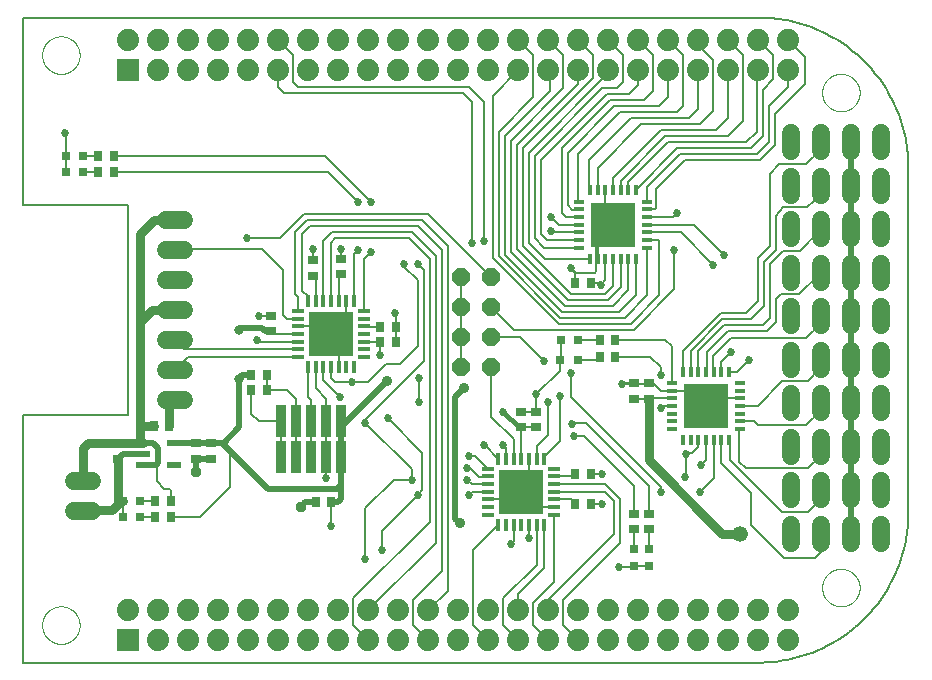
<source format=gtl>
G75*
%MOIN*%
%OFA0B0*%
%FSLAX25Y25*%
%IPPOS*%
%LPD*%
%AMOC8*
5,1,8,0,0,1.08239X$1,22.5*
%
%ADD10C,0.00800*%
%ADD11C,0.05937*%
%ADD12R,0.03543X0.02756*%
%ADD13R,0.02756X0.03543*%
%ADD14R,0.03150X0.03150*%
%ADD15R,0.01400X0.04000*%
%ADD16R,0.04000X0.01400*%
%ADD17R,0.14600X0.14600*%
%ADD18R,0.03500X0.10500*%
%ADD19R,0.04724X0.02165*%
%ADD20C,0.00000*%
%ADD21R,0.07400X0.07400*%
%ADD22C,0.07400*%
%ADD23R,0.01700X0.03200*%
%ADD24R,0.03200X0.01700*%
%ADD25C,0.06000*%
%ADD26OC8,0.06000*%
%ADD27C,0.02700*%
%ADD28C,0.02000*%
%ADD29C,0.03750*%
%ADD30C,0.03000*%
%ADD31C,0.05250*%
%ADD32C,0.03300*%
%ADD33C,0.03600*%
%ADD34C,0.01600*%
D10*
X0055400Y0026400D02*
X0300400Y0026400D01*
X0263900Y0058447D02*
X0258900Y0058447D01*
X0258853Y0058400D01*
X0253900Y0058400D01*
X0258900Y0064353D02*
X0258900Y0070841D01*
X0254400Y0066400D02*
X0235400Y0047400D01*
X0235400Y0038900D01*
X0240400Y0033900D01*
X0230400Y0033900D02*
X0225400Y0038900D01*
X0225400Y0046400D01*
X0232400Y0053400D01*
X0232400Y0075700D01*
X0232400Y0078300D02*
X0226800Y0078300D01*
X0226400Y0077900D01*
X0226500Y0072400D02*
X0226500Y0059000D01*
X0215400Y0047900D01*
X0215400Y0038900D01*
X0220400Y0033900D01*
X0210400Y0033900D02*
X0205400Y0038900D01*
X0205400Y0064100D01*
X0213700Y0072400D01*
X0218800Y0072400D02*
X0218800Y0066800D01*
X0217900Y0065900D01*
X0223900Y0067900D02*
X0223900Y0072300D01*
X0224000Y0072400D01*
X0229100Y0072400D02*
X0229100Y0058100D01*
X0220400Y0049400D01*
X0220400Y0043900D01*
X0229900Y0044400D02*
X0230400Y0043900D01*
X0229900Y0044400D02*
X0229900Y0046900D01*
X0252400Y0069400D01*
X0252400Y0080400D01*
X0249400Y0083400D01*
X0232400Y0083400D01*
X0232400Y0080800D02*
X0237941Y0080800D01*
X0239341Y0079400D01*
X0244459Y0079400D02*
X0248400Y0079400D01*
X0254400Y0080900D02*
X0249300Y0086000D01*
X0232400Y0086000D01*
X0232400Y0088500D02*
X0238441Y0088500D01*
X0239341Y0089400D01*
X0239741Y0088500D01*
X0244459Y0089400D02*
X0248400Y0089400D01*
X0258900Y0085400D02*
X0242400Y0101900D01*
X0238900Y0101900D01*
X0234400Y0100400D02*
X0234400Y0115400D01*
X0237900Y0114900D02*
X0237900Y0122900D01*
X0234197Y0123697D02*
X0234197Y0127150D01*
X0234447Y0127400D01*
X0234447Y0133900D01*
X0240353Y0133900D02*
X0247591Y0133900D01*
X0252709Y0133900D02*
X0269400Y0133900D01*
X0271500Y0131800D01*
X0271500Y0119600D01*
X0271500Y0117000D02*
X0271400Y0116900D01*
X0267900Y0116900D01*
X0265341Y0119459D01*
X0263900Y0119459D01*
X0264341Y0119400D01*
X0254900Y0119400D01*
X0254959Y0119459D01*
X0258900Y0119459D01*
X0258900Y0114341D02*
X0263900Y0114341D01*
X0264559Y0114500D01*
X0271500Y0114500D01*
X0271500Y0117000D02*
X0277800Y0117000D01*
X0277400Y0117400D01*
X0277800Y0117000D02*
X0282900Y0111900D01*
X0285500Y0114500D01*
X0294300Y0114500D01*
X0294300Y0111900D02*
X0300150Y0111900D01*
X0308400Y0120150D01*
X0316900Y0120150D01*
X0321400Y0124900D01*
X0321400Y0127400D01*
X0316400Y0134650D02*
X0291400Y0134650D01*
X0285400Y0128650D01*
X0285400Y0123400D01*
X0285500Y0123300D01*
X0283400Y0123800D02*
X0283400Y0129900D01*
X0290400Y0136900D01*
X0303400Y0136900D01*
X0306400Y0139900D01*
X0306400Y0147650D01*
X0307900Y0149150D01*
X0313900Y0149150D01*
X0321400Y0156400D01*
X0314150Y0163650D02*
X0321400Y0170900D01*
X0314150Y0163650D02*
X0308650Y0163650D01*
X0304400Y0159400D01*
X0304400Y0141400D01*
X0301900Y0138900D01*
X0288900Y0138900D01*
X0280300Y0130300D01*
X0280300Y0123300D01*
X0277800Y0123300D02*
X0277800Y0130300D01*
X0288400Y0140900D01*
X0297900Y0140900D01*
X0302400Y0145400D01*
X0302400Y0159900D01*
X0306400Y0163900D01*
X0306400Y0175400D01*
X0308650Y0178150D01*
X0316650Y0178150D01*
X0321400Y0182400D01*
X0321400Y0185400D01*
X0316400Y0192650D02*
X0307400Y0192650D01*
X0304400Y0189400D01*
X0304400Y0165400D01*
X0300400Y0161400D01*
X0300400Y0146900D01*
X0296400Y0142900D01*
X0287900Y0142900D01*
X0275200Y0130200D01*
X0275200Y0123300D01*
X0267900Y0122400D02*
X0267900Y0124900D01*
X0264400Y0128400D01*
X0252959Y0128400D01*
X0252709Y0128150D01*
X0247591Y0128150D02*
X0246591Y0127150D01*
X0240103Y0127150D01*
X0234197Y0123697D02*
X0226400Y0115900D01*
X0226400Y0109959D01*
X0221400Y0109959D01*
X0221400Y0104841D02*
X0221400Y0094400D01*
X0218900Y0094500D02*
X0218800Y0094400D01*
X0218900Y0094500D02*
X0218900Y0100900D01*
X0211400Y0108400D01*
X0211400Y0124900D01*
X0201400Y0124900D02*
X0201400Y0134900D01*
X0201400Y0144900D01*
X0201400Y0154900D01*
X0211400Y0154900D02*
X0190400Y0175900D01*
X0148900Y0175900D01*
X0140900Y0167900D01*
X0129900Y0167900D01*
X0134900Y0164400D02*
X0106400Y0164400D01*
X0105900Y0163900D01*
X0090400Y0178900D02*
X0090400Y0108900D01*
X0055400Y0108900D01*
X0055400Y0026400D01*
X0088447Y0074900D02*
X0088447Y0080400D01*
X0094353Y0080400D02*
X0099341Y0080400D01*
X0104459Y0080400D02*
X0104459Y0083841D01*
X0103900Y0084400D01*
X0102400Y0084400D01*
X0099900Y0086900D01*
X0099900Y0091920D01*
X0099660Y0092160D01*
X0099341Y0074900D02*
X0094353Y0074900D01*
X0104459Y0074900D02*
X0114400Y0074900D01*
X0124400Y0084900D01*
X0124400Y0096900D01*
X0123900Y0097400D01*
X0133900Y0106900D02*
X0131400Y0109400D01*
X0131400Y0117341D01*
X0131341Y0117400D01*
X0136459Y0117400D02*
X0143400Y0117400D01*
X0146400Y0114400D01*
X0146400Y0106900D01*
X0146400Y0094900D01*
X0141400Y0094900D02*
X0141400Y0106900D01*
X0133900Y0106900D01*
X0136459Y0117400D02*
X0136459Y0122400D01*
X0146900Y0128200D02*
X0110200Y0128200D01*
X0105900Y0123900D01*
X0109000Y0130800D02*
X0105900Y0133900D01*
X0109000Y0130800D02*
X0146900Y0130800D01*
X0146900Y0133300D02*
X0134000Y0133300D01*
X0133400Y0133900D01*
X0137900Y0136841D02*
X0138841Y0135900D01*
X0146900Y0135900D01*
X0146900Y0138500D02*
X0152800Y0138500D01*
X0152400Y0138900D01*
X0152400Y0141400D01*
X0152800Y0138500D02*
X0152900Y0138400D01*
X0157900Y0135900D02*
X0152900Y0130900D01*
X0160500Y0130000D02*
X0160900Y0130400D01*
X0163400Y0130400D01*
X0160500Y0130000D02*
X0160500Y0124900D01*
X0157900Y0124900D02*
X0157900Y0121400D01*
X0159400Y0119900D01*
X0164900Y0119900D01*
X0170400Y0119900D01*
X0176400Y0125900D01*
X0180900Y0125900D01*
X0186900Y0131900D01*
X0186900Y0153900D01*
X0182400Y0158400D01*
X0182400Y0159400D01*
X0186900Y0159400D02*
X0188900Y0157400D01*
X0188900Y0126900D01*
X0169400Y0107400D01*
X0169400Y0106400D01*
X0184900Y0090900D01*
X0184900Y0087400D01*
X0178900Y0087400D01*
X0169400Y0077900D01*
X0169400Y0060900D01*
X0174900Y0063900D02*
X0174900Y0070400D01*
X0186900Y0082400D01*
X0188400Y0083900D01*
X0188400Y0096400D01*
X0176900Y0107900D01*
X0187400Y0113400D02*
X0187400Y0121400D01*
X0174400Y0128900D02*
X0174341Y0128959D01*
X0174341Y0133400D01*
X0169000Y0133400D01*
X0168900Y0133300D01*
X0169000Y0138400D02*
X0174341Y0138400D01*
X0179459Y0138400D02*
X0179459Y0142841D01*
X0179400Y0142900D01*
X0179459Y0138400D02*
X0179459Y0133400D01*
X0169000Y0138400D02*
X0168900Y0138500D01*
X0163400Y0141400D02*
X0163000Y0141800D01*
X0163000Y0146900D01*
X0160500Y0146900D02*
X0160500Y0154941D01*
X0161400Y0155841D01*
X0161400Y0160959D02*
X0161400Y0164400D01*
X0157900Y0166400D02*
X0159400Y0167900D01*
X0183900Y0167900D01*
X0190900Y0160900D01*
X0190900Y0073400D01*
X0165400Y0047900D01*
X0165400Y0038900D01*
X0170400Y0033900D01*
X0170400Y0043900D02*
X0192900Y0066400D01*
X0192900Y0161900D01*
X0184900Y0169900D01*
X0158400Y0169900D01*
X0155300Y0166800D01*
X0155300Y0146900D01*
X0152800Y0146900D02*
X0152800Y0154441D01*
X0151900Y0155341D01*
X0151900Y0160459D02*
X0151900Y0164400D01*
X0157900Y0166400D02*
X0157900Y0146900D01*
X0150200Y0146900D02*
X0150200Y0148600D01*
X0148400Y0150400D01*
X0148400Y0169400D01*
X0150900Y0171900D01*
X0186900Y0171900D01*
X0194900Y0163900D01*
X0194900Y0056900D01*
X0185400Y0047400D01*
X0185400Y0038900D01*
X0190400Y0033900D01*
X0190400Y0043900D02*
X0196900Y0050400D01*
X0196900Y0165400D01*
X0188400Y0173900D01*
X0149900Y0173900D01*
X0145900Y0169900D01*
X0145900Y0149400D01*
X0146900Y0148400D01*
X0146900Y0143600D01*
X0146900Y0141000D02*
X0143300Y0141000D01*
X0141900Y0142400D01*
X0141900Y0157400D01*
X0134900Y0164400D01*
X0165600Y0162600D02*
X0165600Y0146900D01*
X0168900Y0143600D02*
X0168900Y0160900D01*
X0171400Y0163400D01*
X0166900Y0163900D02*
X0165600Y0162600D01*
X0166900Y0179900D02*
X0156900Y0189900D01*
X0085459Y0189900D01*
X0080341Y0189900D02*
X0075353Y0189900D01*
X0069447Y0189900D02*
X0069447Y0195400D01*
X0069447Y0200447D01*
X0069400Y0202900D01*
X0075353Y0195400D02*
X0080341Y0195400D01*
X0085459Y0195400D02*
X0155900Y0195400D01*
X0171400Y0179900D01*
X0204900Y0166400D02*
X0204900Y0213400D01*
X0201900Y0216400D01*
X0142400Y0216400D01*
X0140400Y0218400D01*
X0140400Y0223900D01*
X0145400Y0219900D02*
X0146900Y0218400D01*
X0203900Y0218400D01*
X0208900Y0213400D01*
X0208900Y0166900D01*
X0211900Y0161400D02*
X0211900Y0215400D01*
X0220400Y0223900D01*
X0225400Y0228900D02*
X0220400Y0233900D01*
X0225400Y0228900D02*
X0225400Y0214900D01*
X0213900Y0203400D01*
X0213900Y0161900D01*
X0234400Y0141400D01*
X0255900Y0141400D01*
X0263300Y0148800D01*
X0263300Y0164700D01*
X0263300Y0167300D02*
X0267000Y0167300D01*
X0267400Y0166900D01*
X0267400Y0148900D01*
X0257900Y0139400D01*
X0233900Y0139400D01*
X0211900Y0161400D01*
X0215900Y0162400D02*
X0215900Y0201900D01*
X0230900Y0216900D01*
X0230900Y0223400D01*
X0230400Y0223900D01*
X0235400Y0228900D02*
X0235400Y0217900D01*
X0217900Y0200400D01*
X0217900Y0163400D01*
X0235900Y0145400D01*
X0251900Y0145400D01*
X0257000Y0150500D01*
X0257000Y0161000D01*
X0254500Y0161000D02*
X0254500Y0151500D01*
X0250400Y0147400D01*
X0236900Y0147400D01*
X0219900Y0164400D01*
X0219900Y0164900D01*
X0219900Y0166400D01*
X0219900Y0198900D01*
X0240400Y0219400D01*
X0240400Y0223900D01*
X0245400Y0221400D02*
X0245400Y0228900D01*
X0240400Y0233900D01*
X0235400Y0228900D02*
X0230400Y0233900D01*
X0245400Y0221400D02*
X0221900Y0197900D01*
X0221900Y0165400D01*
X0237900Y0149400D01*
X0249400Y0149400D01*
X0251900Y0151900D01*
X0251900Y0161000D01*
X0249300Y0161000D02*
X0249300Y0153800D01*
X0247900Y0152400D01*
X0247400Y0152900D01*
X0244459Y0152900D01*
X0247900Y0152400D02*
X0247959Y0152459D01*
X0245900Y0156400D02*
X0239400Y0156400D01*
X0237900Y0157900D01*
X0239341Y0156459D01*
X0239341Y0152900D01*
X0245900Y0156400D02*
X0246400Y0156900D01*
X0246400Y0166900D01*
X0246800Y0166500D01*
X0246800Y0161000D01*
X0246400Y0161400D01*
X0244200Y0161000D02*
X0229300Y0161000D01*
X0223900Y0166400D01*
X0223900Y0196400D01*
X0250400Y0222900D01*
X0250400Y0223900D01*
X0255400Y0219900D02*
X0255400Y0228900D01*
X0250400Y0233900D01*
X0260400Y0233900D02*
X0265400Y0228900D01*
X0265400Y0216900D01*
X0262400Y0213900D01*
X0250900Y0213900D01*
X0234900Y0197900D01*
X0234900Y0176400D01*
X0236400Y0174900D01*
X0240400Y0174900D01*
X0240500Y0175000D01*
X0240400Y0177400D02*
X0240500Y0177500D01*
X0240400Y0177400D02*
X0238400Y0177400D01*
X0236900Y0178900D01*
X0236900Y0196400D01*
X0252400Y0211900D01*
X0267400Y0211900D01*
X0270400Y0214900D01*
X0270400Y0223900D01*
X0275400Y0228900D02*
X0275400Y0211900D01*
X0273400Y0209900D01*
X0254400Y0209900D01*
X0240400Y0195900D01*
X0240400Y0180200D01*
X0240500Y0180100D01*
X0244200Y0183800D02*
X0243900Y0184100D01*
X0243900Y0193900D01*
X0257900Y0207900D01*
X0277400Y0207900D01*
X0280400Y0210900D01*
X0280400Y0223900D01*
X0285400Y0227400D02*
X0285400Y0210400D01*
X0280900Y0205900D01*
X0261400Y0205900D01*
X0246900Y0191400D01*
X0246900Y0183900D01*
X0246800Y0183800D01*
X0249300Y0183800D02*
X0249300Y0177800D01*
X0248900Y0177400D01*
X0246900Y0177400D01*
X0246400Y0177900D01*
X0251900Y0172400D02*
X0246400Y0166900D01*
X0240500Y0167300D02*
X0240400Y0167400D01*
X0229900Y0167400D01*
X0227900Y0169400D01*
X0227900Y0193900D01*
X0249900Y0215900D01*
X0257400Y0215900D01*
X0260400Y0218900D01*
X0260400Y0223900D01*
X0255400Y0219900D02*
X0253400Y0217900D01*
X0248400Y0217900D01*
X0225900Y0195400D01*
X0225900Y0167900D01*
X0229100Y0164700D01*
X0240500Y0164700D01*
X0240500Y0169800D02*
X0232000Y0169800D01*
X0231400Y0170400D01*
X0233900Y0172400D02*
X0231400Y0174900D01*
X0233900Y0172400D02*
X0240500Y0172400D01*
X0251900Y0183800D02*
X0251900Y0187900D01*
X0267900Y0203900D01*
X0286400Y0203900D01*
X0290400Y0207900D01*
X0290400Y0223900D01*
X0285400Y0227400D02*
X0280400Y0232400D01*
X0280400Y0233900D01*
X0275400Y0228900D02*
X0270400Y0233900D01*
X0290400Y0233900D02*
X0295400Y0228900D01*
X0295400Y0206900D01*
X0290400Y0201900D01*
X0269400Y0201900D01*
X0254500Y0187000D01*
X0254500Y0183800D01*
X0257000Y0183800D02*
X0257000Y0186500D01*
X0270400Y0199900D01*
X0296400Y0199900D01*
X0299900Y0203400D01*
X0299900Y0223400D01*
X0300400Y0223900D01*
X0305400Y0220900D02*
X0305400Y0228900D01*
X0300400Y0233900D01*
X0300400Y0241400D02*
X0055400Y0241400D01*
X0055400Y0178900D01*
X0090400Y0178900D01*
X0133900Y0141900D02*
X0133959Y0141959D01*
X0137900Y0141959D01*
X0150200Y0124900D02*
X0150200Y0115100D01*
X0151400Y0113900D01*
X0151400Y0106900D01*
X0151400Y0094900D01*
X0151400Y0091400D01*
X0156400Y0094900D02*
X0156400Y0087900D01*
X0156400Y0094900D02*
X0156400Y0106900D01*
X0156400Y0114400D01*
X0152800Y0118000D01*
X0152800Y0124900D01*
X0155300Y0124900D02*
X0155300Y0120500D01*
X0160900Y0114900D01*
X0203900Y0095400D02*
X0206100Y0095400D01*
X0210400Y0091100D01*
X0210200Y0090900D01*
X0210400Y0088500D02*
X0210300Y0088400D01*
X0207400Y0088400D01*
X0204400Y0091400D01*
X0203400Y0091400D01*
X0203400Y0087400D02*
X0204800Y0086000D01*
X0210400Y0086000D01*
X0210400Y0083400D02*
X0204900Y0083400D01*
X0203900Y0082400D01*
X0210400Y0080800D02*
X0216300Y0080800D01*
X0216400Y0080900D01*
X0216400Y0077900D01*
X0221400Y0083400D02*
X0226400Y0088400D01*
X0223900Y0088400D01*
X0224000Y0088500D01*
X0224000Y0094400D01*
X0226500Y0094400D02*
X0226500Y0098500D01*
X0230400Y0102400D01*
X0230400Y0113400D01*
X0237900Y0114900D02*
X0267900Y0084900D01*
X0267900Y0083400D01*
X0263900Y0085400D02*
X0242900Y0106400D01*
X0238900Y0106400D01*
X0238400Y0105900D01*
X0234400Y0100400D02*
X0229100Y0095100D01*
X0229100Y0094400D01*
X0216300Y0094400D02*
X0216300Y0098000D01*
X0215400Y0098900D01*
X0213700Y0094400D02*
X0209200Y0098900D01*
X0208900Y0098900D01*
X0221400Y0104841D02*
X0226400Y0104841D01*
X0228900Y0126900D02*
X0220900Y0134900D01*
X0211400Y0134900D01*
X0218900Y0137400D02*
X0211400Y0144900D01*
X0218900Y0137400D02*
X0258900Y0137400D01*
X0272400Y0150900D01*
X0272400Y0163900D01*
X0274500Y0169800D02*
X0263300Y0169800D01*
X0263300Y0172400D02*
X0278900Y0172400D01*
X0288900Y0162400D01*
X0285400Y0158900D02*
X0274500Y0169800D01*
X0272000Y0175000D02*
X0273400Y0176400D01*
X0272000Y0175000D02*
X0263300Y0175000D01*
X0263300Y0177500D02*
X0266000Y0177500D01*
X0266400Y0177900D01*
X0266400Y0184400D01*
X0275900Y0193900D01*
X0300900Y0193900D01*
X0305900Y0198900D01*
X0305900Y0209400D01*
X0315900Y0219400D01*
X0315900Y0228400D01*
X0310400Y0233900D01*
X0310400Y0223900D02*
X0310400Y0218400D01*
X0303900Y0211900D01*
X0303900Y0199900D01*
X0299900Y0195900D01*
X0274400Y0195900D01*
X0263300Y0184800D01*
X0263300Y0180100D01*
X0259600Y0183800D02*
X0259600Y0184100D01*
X0273400Y0197900D01*
X0297900Y0197900D01*
X0301900Y0201900D01*
X0301900Y0217400D01*
X0305400Y0220900D01*
X0321400Y0199900D02*
X0321400Y0197400D01*
X0316400Y0192650D01*
X0350400Y0191400D02*
X0350385Y0192608D01*
X0350342Y0193816D01*
X0350269Y0195022D01*
X0350167Y0196226D01*
X0350035Y0197427D01*
X0349875Y0198624D01*
X0349686Y0199818D01*
X0349469Y0201006D01*
X0349222Y0202189D01*
X0348947Y0203366D01*
X0348644Y0204535D01*
X0348312Y0205697D01*
X0347953Y0206851D01*
X0347566Y0207995D01*
X0347151Y0209130D01*
X0346709Y0210255D01*
X0346240Y0211368D01*
X0345744Y0212470D01*
X0345221Y0213560D01*
X0344673Y0214636D01*
X0344098Y0215699D01*
X0343498Y0216748D01*
X0342873Y0217782D01*
X0342224Y0218801D01*
X0341549Y0219803D01*
X0340851Y0220789D01*
X0340129Y0221758D01*
X0339384Y0222709D01*
X0338616Y0223642D01*
X0337826Y0224556D01*
X0337013Y0225451D01*
X0336180Y0226326D01*
X0335326Y0227180D01*
X0334451Y0228013D01*
X0333556Y0228826D01*
X0332642Y0229616D01*
X0331709Y0230384D01*
X0330758Y0231129D01*
X0329789Y0231851D01*
X0328803Y0232549D01*
X0327801Y0233224D01*
X0326782Y0233873D01*
X0325748Y0234498D01*
X0324699Y0235098D01*
X0323636Y0235673D01*
X0322560Y0236221D01*
X0321470Y0236744D01*
X0320368Y0237240D01*
X0319255Y0237709D01*
X0318130Y0238151D01*
X0316995Y0238566D01*
X0315851Y0238953D01*
X0314697Y0239312D01*
X0313535Y0239644D01*
X0312366Y0239947D01*
X0311189Y0240222D01*
X0310006Y0240469D01*
X0308818Y0240686D01*
X0307624Y0240875D01*
X0306427Y0241035D01*
X0305226Y0241167D01*
X0304022Y0241269D01*
X0302816Y0241342D01*
X0301608Y0241385D01*
X0300400Y0241400D01*
X0350400Y0191400D02*
X0350400Y0076400D01*
X0321400Y0080900D02*
X0316900Y0076650D01*
X0308400Y0076650D01*
X0290900Y0093900D01*
X0290900Y0100200D01*
X0290600Y0100500D01*
X0288000Y0100500D02*
X0288000Y0092800D01*
X0297900Y0082900D01*
X0297900Y0072400D01*
X0308900Y0061400D01*
X0319400Y0061400D01*
X0321400Y0063400D01*
X0321400Y0069400D01*
X0321400Y0080900D02*
X0321400Y0083900D01*
X0316900Y0091150D02*
X0296400Y0091150D01*
X0293900Y0093400D01*
X0293900Y0103800D01*
X0294300Y0104200D01*
X0294600Y0103900D01*
X0294300Y0106800D02*
X0294400Y0106900D01*
X0298900Y0106900D01*
X0300400Y0105650D01*
X0316400Y0105650D01*
X0321400Y0110400D01*
X0321400Y0112900D01*
X0321400Y0098400D02*
X0321400Y0095400D01*
X0316900Y0091150D01*
X0350400Y0076400D02*
X0350385Y0075192D01*
X0350342Y0073984D01*
X0350269Y0072778D01*
X0350167Y0071574D01*
X0350035Y0070373D01*
X0349875Y0069176D01*
X0349686Y0067982D01*
X0349469Y0066794D01*
X0349222Y0065611D01*
X0348947Y0064434D01*
X0348644Y0063265D01*
X0348312Y0062103D01*
X0347953Y0060949D01*
X0347566Y0059805D01*
X0347151Y0058670D01*
X0346709Y0057545D01*
X0346240Y0056432D01*
X0345744Y0055330D01*
X0345221Y0054240D01*
X0344673Y0053164D01*
X0344098Y0052101D01*
X0343498Y0051052D01*
X0342873Y0050018D01*
X0342224Y0048999D01*
X0341549Y0047997D01*
X0340851Y0047011D01*
X0340129Y0046042D01*
X0339384Y0045091D01*
X0338616Y0044158D01*
X0337826Y0043244D01*
X0337013Y0042349D01*
X0336180Y0041474D01*
X0335326Y0040620D01*
X0334451Y0039787D01*
X0333556Y0038974D01*
X0332642Y0038184D01*
X0331709Y0037416D01*
X0330758Y0036671D01*
X0329789Y0035949D01*
X0328803Y0035251D01*
X0327801Y0034576D01*
X0326782Y0033927D01*
X0325748Y0033302D01*
X0324699Y0032702D01*
X0323636Y0032127D01*
X0322560Y0031579D01*
X0321470Y0031056D01*
X0320368Y0030560D01*
X0319255Y0030091D01*
X0318130Y0029649D01*
X0316995Y0029234D01*
X0315851Y0028847D01*
X0314697Y0028488D01*
X0313535Y0028156D01*
X0312366Y0027853D01*
X0311189Y0027578D01*
X0310006Y0027331D01*
X0308818Y0027114D01*
X0307624Y0026925D01*
X0306427Y0026765D01*
X0305226Y0026633D01*
X0304022Y0026531D01*
X0302816Y0026458D01*
X0301608Y0026415D01*
X0300400Y0026400D01*
X0263900Y0064353D02*
X0263900Y0070841D01*
X0263900Y0075959D02*
X0263900Y0085400D01*
X0258900Y0085400D02*
X0258900Y0075959D01*
X0254400Y0080900D02*
X0254400Y0066400D01*
X0280900Y0083400D02*
X0285500Y0088000D01*
X0285500Y0100500D01*
X0287900Y0100400D02*
X0288000Y0100500D01*
X0282900Y0100500D02*
X0282900Y0093900D01*
X0281400Y0092400D01*
X0278400Y0096400D02*
X0276900Y0096400D01*
X0276400Y0095900D01*
X0276400Y0088900D01*
X0275900Y0088400D01*
X0278400Y0096400D02*
X0280300Y0098300D01*
X0280300Y0100500D01*
X0271500Y0111900D02*
X0267900Y0111900D01*
X0267900Y0111400D01*
X0282900Y0123300D02*
X0283400Y0123800D01*
X0288000Y0123300D02*
X0288000Y0126500D01*
X0291400Y0129900D01*
X0297400Y0127400D02*
X0293300Y0123300D01*
X0290600Y0123300D01*
X0316400Y0134650D02*
X0321400Y0139400D01*
X0321400Y0141900D01*
X0259600Y0149100D02*
X0253900Y0143400D01*
X0234900Y0143400D01*
X0215900Y0162400D01*
X0259600Y0161000D02*
X0259600Y0149100D01*
X0157959Y0079900D02*
X0157900Y0079841D01*
X0157900Y0071900D01*
X0145400Y0219900D02*
X0145400Y0228900D01*
X0140400Y0233900D01*
D11*
X0108869Y0173900D02*
X0102931Y0173900D01*
X0102931Y0163900D02*
X0108869Y0163900D01*
X0108869Y0153900D02*
X0102931Y0153900D01*
X0102931Y0143900D02*
X0108869Y0143900D01*
X0108869Y0133900D02*
X0102931Y0133900D01*
X0102931Y0123900D02*
X0108869Y0123900D01*
X0108869Y0113900D02*
X0102931Y0113900D01*
D12*
X0112900Y0099459D03*
X0117900Y0099459D03*
X0117900Y0094341D03*
X0112900Y0094341D03*
X0086900Y0094341D03*
X0086900Y0099459D03*
X0137900Y0136841D03*
X0137900Y0141959D03*
X0151900Y0155341D03*
X0151900Y0160459D03*
X0161400Y0160959D03*
X0161400Y0155841D03*
X0221400Y0109959D03*
X0226400Y0109959D03*
X0226400Y0104841D03*
X0221400Y0104841D03*
X0258900Y0114341D03*
X0263900Y0114341D03*
X0263900Y0119459D03*
X0258900Y0119459D03*
X0258900Y0075959D03*
X0263900Y0075959D03*
X0263900Y0070841D03*
X0258900Y0070841D03*
D13*
X0244459Y0079400D03*
X0239341Y0079400D03*
X0239341Y0089400D03*
X0244459Y0089400D03*
X0247591Y0128150D03*
X0252709Y0128150D03*
X0252709Y0133900D03*
X0247591Y0133900D03*
X0244459Y0152900D03*
X0239341Y0152900D03*
X0179459Y0138400D03*
X0174341Y0138400D03*
X0174341Y0133400D03*
X0179459Y0133400D03*
X0136459Y0122400D03*
X0131341Y0122400D03*
X0131341Y0117400D03*
X0136459Y0117400D03*
X0103959Y0105400D03*
X0098841Y0105400D03*
X0099341Y0080400D03*
X0104459Y0080400D03*
X0104459Y0074900D03*
X0099341Y0074900D03*
X0152841Y0079900D03*
X0157959Y0079900D03*
X0085459Y0189900D03*
X0080341Y0189900D03*
X0080341Y0195400D03*
X0085459Y0195400D03*
D14*
X0075353Y0195400D03*
X0069447Y0195400D03*
X0069447Y0189900D03*
X0075353Y0189900D03*
X0088447Y0080400D03*
X0088447Y0074900D03*
X0094353Y0074900D03*
X0094353Y0080400D03*
X0234197Y0127150D03*
X0240103Y0127150D03*
X0240353Y0133900D03*
X0234447Y0133900D03*
X0258900Y0064353D03*
X0263900Y0064353D03*
X0263900Y0058447D03*
X0258900Y0058447D03*
D15*
X0229100Y0072400D03*
X0226500Y0072400D03*
X0224000Y0072400D03*
X0221400Y0072400D03*
X0218800Y0072400D03*
X0216300Y0072400D03*
X0213700Y0072400D03*
X0213700Y0094400D03*
X0216300Y0094400D03*
X0218800Y0094400D03*
X0221400Y0094400D03*
X0224000Y0094400D03*
X0226500Y0094400D03*
X0229100Y0094400D03*
X0165600Y0124900D03*
X0163000Y0124900D03*
X0160500Y0124900D03*
X0157900Y0124900D03*
X0155300Y0124900D03*
X0152800Y0124900D03*
X0150200Y0124900D03*
X0150200Y0146900D03*
X0152800Y0146900D03*
X0155300Y0146900D03*
X0157900Y0146900D03*
X0160500Y0146900D03*
X0163000Y0146900D03*
X0165600Y0146900D03*
D16*
X0168900Y0143600D03*
X0168900Y0141000D03*
X0168900Y0138500D03*
X0168900Y0135900D03*
X0168900Y0133300D03*
X0168900Y0130800D03*
X0168900Y0128200D03*
X0146900Y0128200D03*
X0146900Y0130800D03*
X0146900Y0133300D03*
X0146900Y0135900D03*
X0146900Y0138500D03*
X0146900Y0141000D03*
X0146900Y0143600D03*
X0210400Y0091100D03*
X0210400Y0088500D03*
X0210400Y0086000D03*
X0210400Y0083400D03*
X0210400Y0080800D03*
X0210400Y0078300D03*
X0210400Y0075700D03*
X0232400Y0075700D03*
X0232400Y0078300D03*
X0232400Y0080800D03*
X0232400Y0083400D03*
X0232400Y0086000D03*
X0232400Y0088500D03*
X0232400Y0091100D03*
D17*
X0221400Y0083400D03*
X0282900Y0111900D03*
X0251900Y0172400D03*
X0157900Y0135900D03*
D18*
X0156400Y0106900D03*
X0151400Y0106900D03*
X0146400Y0106900D03*
X0141400Y0106900D03*
X0141400Y0094900D03*
X0146400Y0094900D03*
X0151400Y0094900D03*
X0156400Y0094900D03*
X0161400Y0094900D03*
X0161400Y0106900D03*
D19*
X0105518Y0099640D03*
X0105518Y0092160D03*
X0095282Y0092160D03*
X0095282Y0095900D03*
X0095282Y0099640D03*
D20*
X0061650Y0038900D02*
X0061652Y0039058D01*
X0061658Y0039215D01*
X0061668Y0039373D01*
X0061682Y0039530D01*
X0061700Y0039686D01*
X0061721Y0039843D01*
X0061747Y0039998D01*
X0061777Y0040153D01*
X0061810Y0040307D01*
X0061848Y0040460D01*
X0061889Y0040613D01*
X0061934Y0040764D01*
X0061983Y0040914D01*
X0062036Y0041062D01*
X0062092Y0041210D01*
X0062153Y0041355D01*
X0062216Y0041500D01*
X0062284Y0041642D01*
X0062355Y0041783D01*
X0062429Y0041922D01*
X0062507Y0042059D01*
X0062589Y0042194D01*
X0062673Y0042327D01*
X0062762Y0042458D01*
X0062853Y0042586D01*
X0062948Y0042713D01*
X0063045Y0042836D01*
X0063146Y0042958D01*
X0063250Y0043076D01*
X0063357Y0043192D01*
X0063467Y0043305D01*
X0063579Y0043416D01*
X0063695Y0043523D01*
X0063813Y0043628D01*
X0063933Y0043730D01*
X0064056Y0043828D01*
X0064182Y0043924D01*
X0064310Y0044016D01*
X0064440Y0044105D01*
X0064572Y0044191D01*
X0064707Y0044273D01*
X0064844Y0044352D01*
X0064982Y0044427D01*
X0065122Y0044499D01*
X0065265Y0044567D01*
X0065408Y0044632D01*
X0065554Y0044693D01*
X0065701Y0044750D01*
X0065849Y0044804D01*
X0065999Y0044854D01*
X0066149Y0044900D01*
X0066301Y0044942D01*
X0066454Y0044981D01*
X0066608Y0045015D01*
X0066763Y0045046D01*
X0066918Y0045072D01*
X0067074Y0045095D01*
X0067231Y0045114D01*
X0067388Y0045129D01*
X0067545Y0045140D01*
X0067703Y0045147D01*
X0067861Y0045150D01*
X0068018Y0045149D01*
X0068176Y0045144D01*
X0068333Y0045135D01*
X0068491Y0045122D01*
X0068647Y0045105D01*
X0068804Y0045084D01*
X0068959Y0045060D01*
X0069114Y0045031D01*
X0069269Y0044998D01*
X0069422Y0044962D01*
X0069575Y0044921D01*
X0069726Y0044877D01*
X0069876Y0044829D01*
X0070025Y0044778D01*
X0070173Y0044722D01*
X0070319Y0044663D01*
X0070464Y0044600D01*
X0070607Y0044533D01*
X0070748Y0044463D01*
X0070887Y0044390D01*
X0071025Y0044313D01*
X0071161Y0044232D01*
X0071294Y0044148D01*
X0071425Y0044061D01*
X0071554Y0043970D01*
X0071681Y0043876D01*
X0071806Y0043779D01*
X0071927Y0043679D01*
X0072047Y0043576D01*
X0072163Y0043470D01*
X0072277Y0043361D01*
X0072389Y0043249D01*
X0072497Y0043135D01*
X0072602Y0043017D01*
X0072705Y0042897D01*
X0072804Y0042775D01*
X0072900Y0042650D01*
X0072993Y0042522D01*
X0073083Y0042393D01*
X0073169Y0042261D01*
X0073253Y0042127D01*
X0073332Y0041991D01*
X0073409Y0041853D01*
X0073481Y0041713D01*
X0073550Y0041571D01*
X0073616Y0041428D01*
X0073678Y0041283D01*
X0073736Y0041136D01*
X0073791Y0040988D01*
X0073842Y0040839D01*
X0073889Y0040688D01*
X0073932Y0040537D01*
X0073971Y0040384D01*
X0074007Y0040230D01*
X0074038Y0040076D01*
X0074066Y0039921D01*
X0074090Y0039765D01*
X0074110Y0039608D01*
X0074126Y0039451D01*
X0074138Y0039294D01*
X0074146Y0039137D01*
X0074150Y0038979D01*
X0074150Y0038821D01*
X0074146Y0038663D01*
X0074138Y0038506D01*
X0074126Y0038349D01*
X0074110Y0038192D01*
X0074090Y0038035D01*
X0074066Y0037879D01*
X0074038Y0037724D01*
X0074007Y0037570D01*
X0073971Y0037416D01*
X0073932Y0037263D01*
X0073889Y0037112D01*
X0073842Y0036961D01*
X0073791Y0036812D01*
X0073736Y0036664D01*
X0073678Y0036517D01*
X0073616Y0036372D01*
X0073550Y0036229D01*
X0073481Y0036087D01*
X0073409Y0035947D01*
X0073332Y0035809D01*
X0073253Y0035673D01*
X0073169Y0035539D01*
X0073083Y0035407D01*
X0072993Y0035278D01*
X0072900Y0035150D01*
X0072804Y0035025D01*
X0072705Y0034903D01*
X0072602Y0034783D01*
X0072497Y0034665D01*
X0072389Y0034551D01*
X0072277Y0034439D01*
X0072163Y0034330D01*
X0072047Y0034224D01*
X0071927Y0034121D01*
X0071806Y0034021D01*
X0071681Y0033924D01*
X0071554Y0033830D01*
X0071425Y0033739D01*
X0071294Y0033652D01*
X0071161Y0033568D01*
X0071025Y0033487D01*
X0070887Y0033410D01*
X0070748Y0033337D01*
X0070607Y0033267D01*
X0070464Y0033200D01*
X0070319Y0033137D01*
X0070173Y0033078D01*
X0070025Y0033022D01*
X0069876Y0032971D01*
X0069726Y0032923D01*
X0069575Y0032879D01*
X0069422Y0032838D01*
X0069269Y0032802D01*
X0069114Y0032769D01*
X0068959Y0032740D01*
X0068804Y0032716D01*
X0068647Y0032695D01*
X0068491Y0032678D01*
X0068333Y0032665D01*
X0068176Y0032656D01*
X0068018Y0032651D01*
X0067861Y0032650D01*
X0067703Y0032653D01*
X0067545Y0032660D01*
X0067388Y0032671D01*
X0067231Y0032686D01*
X0067074Y0032705D01*
X0066918Y0032728D01*
X0066763Y0032754D01*
X0066608Y0032785D01*
X0066454Y0032819D01*
X0066301Y0032858D01*
X0066149Y0032900D01*
X0065999Y0032946D01*
X0065849Y0032996D01*
X0065701Y0033050D01*
X0065554Y0033107D01*
X0065408Y0033168D01*
X0065265Y0033233D01*
X0065122Y0033301D01*
X0064982Y0033373D01*
X0064844Y0033448D01*
X0064707Y0033527D01*
X0064572Y0033609D01*
X0064440Y0033695D01*
X0064310Y0033784D01*
X0064182Y0033876D01*
X0064056Y0033972D01*
X0063933Y0034070D01*
X0063813Y0034172D01*
X0063695Y0034277D01*
X0063579Y0034384D01*
X0063467Y0034495D01*
X0063357Y0034608D01*
X0063250Y0034724D01*
X0063146Y0034842D01*
X0063045Y0034964D01*
X0062948Y0035087D01*
X0062853Y0035214D01*
X0062762Y0035342D01*
X0062673Y0035473D01*
X0062589Y0035606D01*
X0062507Y0035741D01*
X0062429Y0035878D01*
X0062355Y0036017D01*
X0062284Y0036158D01*
X0062216Y0036300D01*
X0062153Y0036445D01*
X0062092Y0036590D01*
X0062036Y0036738D01*
X0061983Y0036886D01*
X0061934Y0037036D01*
X0061889Y0037187D01*
X0061848Y0037340D01*
X0061810Y0037493D01*
X0061777Y0037647D01*
X0061747Y0037802D01*
X0061721Y0037957D01*
X0061700Y0038114D01*
X0061682Y0038270D01*
X0061668Y0038427D01*
X0061658Y0038585D01*
X0061652Y0038742D01*
X0061650Y0038900D01*
X0061650Y0228900D02*
X0061652Y0229058D01*
X0061658Y0229215D01*
X0061668Y0229373D01*
X0061682Y0229530D01*
X0061700Y0229686D01*
X0061721Y0229843D01*
X0061747Y0229998D01*
X0061777Y0230153D01*
X0061810Y0230307D01*
X0061848Y0230460D01*
X0061889Y0230613D01*
X0061934Y0230764D01*
X0061983Y0230914D01*
X0062036Y0231062D01*
X0062092Y0231210D01*
X0062153Y0231355D01*
X0062216Y0231500D01*
X0062284Y0231642D01*
X0062355Y0231783D01*
X0062429Y0231922D01*
X0062507Y0232059D01*
X0062589Y0232194D01*
X0062673Y0232327D01*
X0062762Y0232458D01*
X0062853Y0232586D01*
X0062948Y0232713D01*
X0063045Y0232836D01*
X0063146Y0232958D01*
X0063250Y0233076D01*
X0063357Y0233192D01*
X0063467Y0233305D01*
X0063579Y0233416D01*
X0063695Y0233523D01*
X0063813Y0233628D01*
X0063933Y0233730D01*
X0064056Y0233828D01*
X0064182Y0233924D01*
X0064310Y0234016D01*
X0064440Y0234105D01*
X0064572Y0234191D01*
X0064707Y0234273D01*
X0064844Y0234352D01*
X0064982Y0234427D01*
X0065122Y0234499D01*
X0065265Y0234567D01*
X0065408Y0234632D01*
X0065554Y0234693D01*
X0065701Y0234750D01*
X0065849Y0234804D01*
X0065999Y0234854D01*
X0066149Y0234900D01*
X0066301Y0234942D01*
X0066454Y0234981D01*
X0066608Y0235015D01*
X0066763Y0235046D01*
X0066918Y0235072D01*
X0067074Y0235095D01*
X0067231Y0235114D01*
X0067388Y0235129D01*
X0067545Y0235140D01*
X0067703Y0235147D01*
X0067861Y0235150D01*
X0068018Y0235149D01*
X0068176Y0235144D01*
X0068333Y0235135D01*
X0068491Y0235122D01*
X0068647Y0235105D01*
X0068804Y0235084D01*
X0068959Y0235060D01*
X0069114Y0235031D01*
X0069269Y0234998D01*
X0069422Y0234962D01*
X0069575Y0234921D01*
X0069726Y0234877D01*
X0069876Y0234829D01*
X0070025Y0234778D01*
X0070173Y0234722D01*
X0070319Y0234663D01*
X0070464Y0234600D01*
X0070607Y0234533D01*
X0070748Y0234463D01*
X0070887Y0234390D01*
X0071025Y0234313D01*
X0071161Y0234232D01*
X0071294Y0234148D01*
X0071425Y0234061D01*
X0071554Y0233970D01*
X0071681Y0233876D01*
X0071806Y0233779D01*
X0071927Y0233679D01*
X0072047Y0233576D01*
X0072163Y0233470D01*
X0072277Y0233361D01*
X0072389Y0233249D01*
X0072497Y0233135D01*
X0072602Y0233017D01*
X0072705Y0232897D01*
X0072804Y0232775D01*
X0072900Y0232650D01*
X0072993Y0232522D01*
X0073083Y0232393D01*
X0073169Y0232261D01*
X0073253Y0232127D01*
X0073332Y0231991D01*
X0073409Y0231853D01*
X0073481Y0231713D01*
X0073550Y0231571D01*
X0073616Y0231428D01*
X0073678Y0231283D01*
X0073736Y0231136D01*
X0073791Y0230988D01*
X0073842Y0230839D01*
X0073889Y0230688D01*
X0073932Y0230537D01*
X0073971Y0230384D01*
X0074007Y0230230D01*
X0074038Y0230076D01*
X0074066Y0229921D01*
X0074090Y0229765D01*
X0074110Y0229608D01*
X0074126Y0229451D01*
X0074138Y0229294D01*
X0074146Y0229137D01*
X0074150Y0228979D01*
X0074150Y0228821D01*
X0074146Y0228663D01*
X0074138Y0228506D01*
X0074126Y0228349D01*
X0074110Y0228192D01*
X0074090Y0228035D01*
X0074066Y0227879D01*
X0074038Y0227724D01*
X0074007Y0227570D01*
X0073971Y0227416D01*
X0073932Y0227263D01*
X0073889Y0227112D01*
X0073842Y0226961D01*
X0073791Y0226812D01*
X0073736Y0226664D01*
X0073678Y0226517D01*
X0073616Y0226372D01*
X0073550Y0226229D01*
X0073481Y0226087D01*
X0073409Y0225947D01*
X0073332Y0225809D01*
X0073253Y0225673D01*
X0073169Y0225539D01*
X0073083Y0225407D01*
X0072993Y0225278D01*
X0072900Y0225150D01*
X0072804Y0225025D01*
X0072705Y0224903D01*
X0072602Y0224783D01*
X0072497Y0224665D01*
X0072389Y0224551D01*
X0072277Y0224439D01*
X0072163Y0224330D01*
X0072047Y0224224D01*
X0071927Y0224121D01*
X0071806Y0224021D01*
X0071681Y0223924D01*
X0071554Y0223830D01*
X0071425Y0223739D01*
X0071294Y0223652D01*
X0071161Y0223568D01*
X0071025Y0223487D01*
X0070887Y0223410D01*
X0070748Y0223337D01*
X0070607Y0223267D01*
X0070464Y0223200D01*
X0070319Y0223137D01*
X0070173Y0223078D01*
X0070025Y0223022D01*
X0069876Y0222971D01*
X0069726Y0222923D01*
X0069575Y0222879D01*
X0069422Y0222838D01*
X0069269Y0222802D01*
X0069114Y0222769D01*
X0068959Y0222740D01*
X0068804Y0222716D01*
X0068647Y0222695D01*
X0068491Y0222678D01*
X0068333Y0222665D01*
X0068176Y0222656D01*
X0068018Y0222651D01*
X0067861Y0222650D01*
X0067703Y0222653D01*
X0067545Y0222660D01*
X0067388Y0222671D01*
X0067231Y0222686D01*
X0067074Y0222705D01*
X0066918Y0222728D01*
X0066763Y0222754D01*
X0066608Y0222785D01*
X0066454Y0222819D01*
X0066301Y0222858D01*
X0066149Y0222900D01*
X0065999Y0222946D01*
X0065849Y0222996D01*
X0065701Y0223050D01*
X0065554Y0223107D01*
X0065408Y0223168D01*
X0065265Y0223233D01*
X0065122Y0223301D01*
X0064982Y0223373D01*
X0064844Y0223448D01*
X0064707Y0223527D01*
X0064572Y0223609D01*
X0064440Y0223695D01*
X0064310Y0223784D01*
X0064182Y0223876D01*
X0064056Y0223972D01*
X0063933Y0224070D01*
X0063813Y0224172D01*
X0063695Y0224277D01*
X0063579Y0224384D01*
X0063467Y0224495D01*
X0063357Y0224608D01*
X0063250Y0224724D01*
X0063146Y0224842D01*
X0063045Y0224964D01*
X0062948Y0225087D01*
X0062853Y0225214D01*
X0062762Y0225342D01*
X0062673Y0225473D01*
X0062589Y0225606D01*
X0062507Y0225741D01*
X0062429Y0225878D01*
X0062355Y0226017D01*
X0062284Y0226158D01*
X0062216Y0226300D01*
X0062153Y0226445D01*
X0062092Y0226590D01*
X0062036Y0226738D01*
X0061983Y0226886D01*
X0061934Y0227036D01*
X0061889Y0227187D01*
X0061848Y0227340D01*
X0061810Y0227493D01*
X0061777Y0227647D01*
X0061747Y0227802D01*
X0061721Y0227957D01*
X0061700Y0228114D01*
X0061682Y0228270D01*
X0061668Y0228427D01*
X0061658Y0228585D01*
X0061652Y0228742D01*
X0061650Y0228900D01*
X0321650Y0216400D02*
X0321652Y0216558D01*
X0321658Y0216715D01*
X0321668Y0216873D01*
X0321682Y0217030D01*
X0321700Y0217186D01*
X0321721Y0217343D01*
X0321747Y0217498D01*
X0321777Y0217653D01*
X0321810Y0217807D01*
X0321848Y0217960D01*
X0321889Y0218113D01*
X0321934Y0218264D01*
X0321983Y0218414D01*
X0322036Y0218562D01*
X0322092Y0218710D01*
X0322153Y0218855D01*
X0322216Y0219000D01*
X0322284Y0219142D01*
X0322355Y0219283D01*
X0322429Y0219422D01*
X0322507Y0219559D01*
X0322589Y0219694D01*
X0322673Y0219827D01*
X0322762Y0219958D01*
X0322853Y0220086D01*
X0322948Y0220213D01*
X0323045Y0220336D01*
X0323146Y0220458D01*
X0323250Y0220576D01*
X0323357Y0220692D01*
X0323467Y0220805D01*
X0323579Y0220916D01*
X0323695Y0221023D01*
X0323813Y0221128D01*
X0323933Y0221230D01*
X0324056Y0221328D01*
X0324182Y0221424D01*
X0324310Y0221516D01*
X0324440Y0221605D01*
X0324572Y0221691D01*
X0324707Y0221773D01*
X0324844Y0221852D01*
X0324982Y0221927D01*
X0325122Y0221999D01*
X0325265Y0222067D01*
X0325408Y0222132D01*
X0325554Y0222193D01*
X0325701Y0222250D01*
X0325849Y0222304D01*
X0325999Y0222354D01*
X0326149Y0222400D01*
X0326301Y0222442D01*
X0326454Y0222481D01*
X0326608Y0222515D01*
X0326763Y0222546D01*
X0326918Y0222572D01*
X0327074Y0222595D01*
X0327231Y0222614D01*
X0327388Y0222629D01*
X0327545Y0222640D01*
X0327703Y0222647D01*
X0327861Y0222650D01*
X0328018Y0222649D01*
X0328176Y0222644D01*
X0328333Y0222635D01*
X0328491Y0222622D01*
X0328647Y0222605D01*
X0328804Y0222584D01*
X0328959Y0222560D01*
X0329114Y0222531D01*
X0329269Y0222498D01*
X0329422Y0222462D01*
X0329575Y0222421D01*
X0329726Y0222377D01*
X0329876Y0222329D01*
X0330025Y0222278D01*
X0330173Y0222222D01*
X0330319Y0222163D01*
X0330464Y0222100D01*
X0330607Y0222033D01*
X0330748Y0221963D01*
X0330887Y0221890D01*
X0331025Y0221813D01*
X0331161Y0221732D01*
X0331294Y0221648D01*
X0331425Y0221561D01*
X0331554Y0221470D01*
X0331681Y0221376D01*
X0331806Y0221279D01*
X0331927Y0221179D01*
X0332047Y0221076D01*
X0332163Y0220970D01*
X0332277Y0220861D01*
X0332389Y0220749D01*
X0332497Y0220635D01*
X0332602Y0220517D01*
X0332705Y0220397D01*
X0332804Y0220275D01*
X0332900Y0220150D01*
X0332993Y0220022D01*
X0333083Y0219893D01*
X0333169Y0219761D01*
X0333253Y0219627D01*
X0333332Y0219491D01*
X0333409Y0219353D01*
X0333481Y0219213D01*
X0333550Y0219071D01*
X0333616Y0218928D01*
X0333678Y0218783D01*
X0333736Y0218636D01*
X0333791Y0218488D01*
X0333842Y0218339D01*
X0333889Y0218188D01*
X0333932Y0218037D01*
X0333971Y0217884D01*
X0334007Y0217730D01*
X0334038Y0217576D01*
X0334066Y0217421D01*
X0334090Y0217265D01*
X0334110Y0217108D01*
X0334126Y0216951D01*
X0334138Y0216794D01*
X0334146Y0216637D01*
X0334150Y0216479D01*
X0334150Y0216321D01*
X0334146Y0216163D01*
X0334138Y0216006D01*
X0334126Y0215849D01*
X0334110Y0215692D01*
X0334090Y0215535D01*
X0334066Y0215379D01*
X0334038Y0215224D01*
X0334007Y0215070D01*
X0333971Y0214916D01*
X0333932Y0214763D01*
X0333889Y0214612D01*
X0333842Y0214461D01*
X0333791Y0214312D01*
X0333736Y0214164D01*
X0333678Y0214017D01*
X0333616Y0213872D01*
X0333550Y0213729D01*
X0333481Y0213587D01*
X0333409Y0213447D01*
X0333332Y0213309D01*
X0333253Y0213173D01*
X0333169Y0213039D01*
X0333083Y0212907D01*
X0332993Y0212778D01*
X0332900Y0212650D01*
X0332804Y0212525D01*
X0332705Y0212403D01*
X0332602Y0212283D01*
X0332497Y0212165D01*
X0332389Y0212051D01*
X0332277Y0211939D01*
X0332163Y0211830D01*
X0332047Y0211724D01*
X0331927Y0211621D01*
X0331806Y0211521D01*
X0331681Y0211424D01*
X0331554Y0211330D01*
X0331425Y0211239D01*
X0331294Y0211152D01*
X0331161Y0211068D01*
X0331025Y0210987D01*
X0330887Y0210910D01*
X0330748Y0210837D01*
X0330607Y0210767D01*
X0330464Y0210700D01*
X0330319Y0210637D01*
X0330173Y0210578D01*
X0330025Y0210522D01*
X0329876Y0210471D01*
X0329726Y0210423D01*
X0329575Y0210379D01*
X0329422Y0210338D01*
X0329269Y0210302D01*
X0329114Y0210269D01*
X0328959Y0210240D01*
X0328804Y0210216D01*
X0328647Y0210195D01*
X0328491Y0210178D01*
X0328333Y0210165D01*
X0328176Y0210156D01*
X0328018Y0210151D01*
X0327861Y0210150D01*
X0327703Y0210153D01*
X0327545Y0210160D01*
X0327388Y0210171D01*
X0327231Y0210186D01*
X0327074Y0210205D01*
X0326918Y0210228D01*
X0326763Y0210254D01*
X0326608Y0210285D01*
X0326454Y0210319D01*
X0326301Y0210358D01*
X0326149Y0210400D01*
X0325999Y0210446D01*
X0325849Y0210496D01*
X0325701Y0210550D01*
X0325554Y0210607D01*
X0325408Y0210668D01*
X0325265Y0210733D01*
X0325122Y0210801D01*
X0324982Y0210873D01*
X0324844Y0210948D01*
X0324707Y0211027D01*
X0324572Y0211109D01*
X0324440Y0211195D01*
X0324310Y0211284D01*
X0324182Y0211376D01*
X0324056Y0211472D01*
X0323933Y0211570D01*
X0323813Y0211672D01*
X0323695Y0211777D01*
X0323579Y0211884D01*
X0323467Y0211995D01*
X0323357Y0212108D01*
X0323250Y0212224D01*
X0323146Y0212342D01*
X0323045Y0212464D01*
X0322948Y0212587D01*
X0322853Y0212714D01*
X0322762Y0212842D01*
X0322673Y0212973D01*
X0322589Y0213106D01*
X0322507Y0213241D01*
X0322429Y0213378D01*
X0322355Y0213517D01*
X0322284Y0213658D01*
X0322216Y0213800D01*
X0322153Y0213945D01*
X0322092Y0214090D01*
X0322036Y0214238D01*
X0321983Y0214386D01*
X0321934Y0214536D01*
X0321889Y0214687D01*
X0321848Y0214840D01*
X0321810Y0214993D01*
X0321777Y0215147D01*
X0321747Y0215302D01*
X0321721Y0215457D01*
X0321700Y0215614D01*
X0321682Y0215770D01*
X0321668Y0215927D01*
X0321658Y0216085D01*
X0321652Y0216242D01*
X0321650Y0216400D01*
X0321650Y0051400D02*
X0321652Y0051558D01*
X0321658Y0051715D01*
X0321668Y0051873D01*
X0321682Y0052030D01*
X0321700Y0052186D01*
X0321721Y0052343D01*
X0321747Y0052498D01*
X0321777Y0052653D01*
X0321810Y0052807D01*
X0321848Y0052960D01*
X0321889Y0053113D01*
X0321934Y0053264D01*
X0321983Y0053414D01*
X0322036Y0053562D01*
X0322092Y0053710D01*
X0322153Y0053855D01*
X0322216Y0054000D01*
X0322284Y0054142D01*
X0322355Y0054283D01*
X0322429Y0054422D01*
X0322507Y0054559D01*
X0322589Y0054694D01*
X0322673Y0054827D01*
X0322762Y0054958D01*
X0322853Y0055086D01*
X0322948Y0055213D01*
X0323045Y0055336D01*
X0323146Y0055458D01*
X0323250Y0055576D01*
X0323357Y0055692D01*
X0323467Y0055805D01*
X0323579Y0055916D01*
X0323695Y0056023D01*
X0323813Y0056128D01*
X0323933Y0056230D01*
X0324056Y0056328D01*
X0324182Y0056424D01*
X0324310Y0056516D01*
X0324440Y0056605D01*
X0324572Y0056691D01*
X0324707Y0056773D01*
X0324844Y0056852D01*
X0324982Y0056927D01*
X0325122Y0056999D01*
X0325265Y0057067D01*
X0325408Y0057132D01*
X0325554Y0057193D01*
X0325701Y0057250D01*
X0325849Y0057304D01*
X0325999Y0057354D01*
X0326149Y0057400D01*
X0326301Y0057442D01*
X0326454Y0057481D01*
X0326608Y0057515D01*
X0326763Y0057546D01*
X0326918Y0057572D01*
X0327074Y0057595D01*
X0327231Y0057614D01*
X0327388Y0057629D01*
X0327545Y0057640D01*
X0327703Y0057647D01*
X0327861Y0057650D01*
X0328018Y0057649D01*
X0328176Y0057644D01*
X0328333Y0057635D01*
X0328491Y0057622D01*
X0328647Y0057605D01*
X0328804Y0057584D01*
X0328959Y0057560D01*
X0329114Y0057531D01*
X0329269Y0057498D01*
X0329422Y0057462D01*
X0329575Y0057421D01*
X0329726Y0057377D01*
X0329876Y0057329D01*
X0330025Y0057278D01*
X0330173Y0057222D01*
X0330319Y0057163D01*
X0330464Y0057100D01*
X0330607Y0057033D01*
X0330748Y0056963D01*
X0330887Y0056890D01*
X0331025Y0056813D01*
X0331161Y0056732D01*
X0331294Y0056648D01*
X0331425Y0056561D01*
X0331554Y0056470D01*
X0331681Y0056376D01*
X0331806Y0056279D01*
X0331927Y0056179D01*
X0332047Y0056076D01*
X0332163Y0055970D01*
X0332277Y0055861D01*
X0332389Y0055749D01*
X0332497Y0055635D01*
X0332602Y0055517D01*
X0332705Y0055397D01*
X0332804Y0055275D01*
X0332900Y0055150D01*
X0332993Y0055022D01*
X0333083Y0054893D01*
X0333169Y0054761D01*
X0333253Y0054627D01*
X0333332Y0054491D01*
X0333409Y0054353D01*
X0333481Y0054213D01*
X0333550Y0054071D01*
X0333616Y0053928D01*
X0333678Y0053783D01*
X0333736Y0053636D01*
X0333791Y0053488D01*
X0333842Y0053339D01*
X0333889Y0053188D01*
X0333932Y0053037D01*
X0333971Y0052884D01*
X0334007Y0052730D01*
X0334038Y0052576D01*
X0334066Y0052421D01*
X0334090Y0052265D01*
X0334110Y0052108D01*
X0334126Y0051951D01*
X0334138Y0051794D01*
X0334146Y0051637D01*
X0334150Y0051479D01*
X0334150Y0051321D01*
X0334146Y0051163D01*
X0334138Y0051006D01*
X0334126Y0050849D01*
X0334110Y0050692D01*
X0334090Y0050535D01*
X0334066Y0050379D01*
X0334038Y0050224D01*
X0334007Y0050070D01*
X0333971Y0049916D01*
X0333932Y0049763D01*
X0333889Y0049612D01*
X0333842Y0049461D01*
X0333791Y0049312D01*
X0333736Y0049164D01*
X0333678Y0049017D01*
X0333616Y0048872D01*
X0333550Y0048729D01*
X0333481Y0048587D01*
X0333409Y0048447D01*
X0333332Y0048309D01*
X0333253Y0048173D01*
X0333169Y0048039D01*
X0333083Y0047907D01*
X0332993Y0047778D01*
X0332900Y0047650D01*
X0332804Y0047525D01*
X0332705Y0047403D01*
X0332602Y0047283D01*
X0332497Y0047165D01*
X0332389Y0047051D01*
X0332277Y0046939D01*
X0332163Y0046830D01*
X0332047Y0046724D01*
X0331927Y0046621D01*
X0331806Y0046521D01*
X0331681Y0046424D01*
X0331554Y0046330D01*
X0331425Y0046239D01*
X0331294Y0046152D01*
X0331161Y0046068D01*
X0331025Y0045987D01*
X0330887Y0045910D01*
X0330748Y0045837D01*
X0330607Y0045767D01*
X0330464Y0045700D01*
X0330319Y0045637D01*
X0330173Y0045578D01*
X0330025Y0045522D01*
X0329876Y0045471D01*
X0329726Y0045423D01*
X0329575Y0045379D01*
X0329422Y0045338D01*
X0329269Y0045302D01*
X0329114Y0045269D01*
X0328959Y0045240D01*
X0328804Y0045216D01*
X0328647Y0045195D01*
X0328491Y0045178D01*
X0328333Y0045165D01*
X0328176Y0045156D01*
X0328018Y0045151D01*
X0327861Y0045150D01*
X0327703Y0045153D01*
X0327545Y0045160D01*
X0327388Y0045171D01*
X0327231Y0045186D01*
X0327074Y0045205D01*
X0326918Y0045228D01*
X0326763Y0045254D01*
X0326608Y0045285D01*
X0326454Y0045319D01*
X0326301Y0045358D01*
X0326149Y0045400D01*
X0325999Y0045446D01*
X0325849Y0045496D01*
X0325701Y0045550D01*
X0325554Y0045607D01*
X0325408Y0045668D01*
X0325265Y0045733D01*
X0325122Y0045801D01*
X0324982Y0045873D01*
X0324844Y0045948D01*
X0324707Y0046027D01*
X0324572Y0046109D01*
X0324440Y0046195D01*
X0324310Y0046284D01*
X0324182Y0046376D01*
X0324056Y0046472D01*
X0323933Y0046570D01*
X0323813Y0046672D01*
X0323695Y0046777D01*
X0323579Y0046884D01*
X0323467Y0046995D01*
X0323357Y0047108D01*
X0323250Y0047224D01*
X0323146Y0047342D01*
X0323045Y0047464D01*
X0322948Y0047587D01*
X0322853Y0047714D01*
X0322762Y0047842D01*
X0322673Y0047973D01*
X0322589Y0048106D01*
X0322507Y0048241D01*
X0322429Y0048378D01*
X0322355Y0048517D01*
X0322284Y0048658D01*
X0322216Y0048800D01*
X0322153Y0048945D01*
X0322092Y0049090D01*
X0322036Y0049238D01*
X0321983Y0049386D01*
X0321934Y0049536D01*
X0321889Y0049687D01*
X0321848Y0049840D01*
X0321810Y0049993D01*
X0321777Y0050147D01*
X0321747Y0050302D01*
X0321721Y0050457D01*
X0321700Y0050614D01*
X0321682Y0050770D01*
X0321668Y0050927D01*
X0321658Y0051085D01*
X0321652Y0051242D01*
X0321650Y0051400D01*
D21*
X0090400Y0033900D03*
X0090400Y0223900D03*
D22*
X0100400Y0223900D03*
X0110400Y0223900D03*
X0120400Y0223900D03*
X0130400Y0223900D03*
X0140400Y0223900D03*
X0150400Y0223900D03*
X0160400Y0223900D03*
X0170400Y0223900D03*
X0180400Y0223900D03*
X0190400Y0223900D03*
X0200400Y0223900D03*
X0210400Y0223900D03*
X0220400Y0223900D03*
X0230400Y0223900D03*
X0240400Y0223900D03*
X0250400Y0223900D03*
X0260400Y0223900D03*
X0270400Y0223900D03*
X0280400Y0223900D03*
X0290400Y0223900D03*
X0300400Y0223900D03*
X0310400Y0223900D03*
X0310400Y0233900D03*
X0300400Y0233900D03*
X0290400Y0233900D03*
X0280400Y0233900D03*
X0270400Y0233900D03*
X0260400Y0233900D03*
X0250400Y0233900D03*
X0240400Y0233900D03*
X0230400Y0233900D03*
X0220400Y0233900D03*
X0210400Y0233900D03*
X0200400Y0233900D03*
X0190400Y0233900D03*
X0180400Y0233900D03*
X0170400Y0233900D03*
X0160400Y0233900D03*
X0150400Y0233900D03*
X0140400Y0233900D03*
X0130400Y0233900D03*
X0120400Y0233900D03*
X0110400Y0233900D03*
X0100400Y0233900D03*
X0090400Y0233900D03*
X0090400Y0043900D03*
X0100400Y0043900D03*
X0110400Y0043900D03*
X0120400Y0043900D03*
X0130400Y0043900D03*
X0140400Y0043900D03*
X0150400Y0043900D03*
X0160400Y0043900D03*
X0170400Y0043900D03*
X0180400Y0043900D03*
X0190400Y0043900D03*
X0200400Y0043900D03*
X0210400Y0043900D03*
X0220400Y0043900D03*
X0230400Y0043900D03*
X0240400Y0043900D03*
X0250400Y0043900D03*
X0260400Y0043900D03*
X0270400Y0043900D03*
X0280400Y0043900D03*
X0290400Y0043900D03*
X0300400Y0043900D03*
X0310400Y0043900D03*
X0310400Y0033900D03*
X0300400Y0033900D03*
X0290400Y0033900D03*
X0280400Y0033900D03*
X0270400Y0033900D03*
X0260400Y0033900D03*
X0250400Y0033900D03*
X0240400Y0033900D03*
X0230400Y0033900D03*
X0220400Y0033900D03*
X0210400Y0033900D03*
X0200400Y0033900D03*
X0190400Y0033900D03*
X0180400Y0033900D03*
X0170400Y0033900D03*
X0160400Y0033900D03*
X0150400Y0033900D03*
X0140400Y0033900D03*
X0130400Y0033900D03*
X0120400Y0033900D03*
X0110400Y0033900D03*
X0100400Y0033900D03*
D23*
X0275200Y0100500D03*
X0277800Y0100500D03*
X0280300Y0100500D03*
X0282900Y0100500D03*
X0285500Y0100500D03*
X0288000Y0100500D03*
X0290600Y0100500D03*
X0290600Y0123300D03*
X0288000Y0123300D03*
X0285500Y0123300D03*
X0282900Y0123300D03*
X0280300Y0123300D03*
X0277800Y0123300D03*
X0275200Y0123300D03*
X0259600Y0161000D03*
X0257000Y0161000D03*
X0254500Y0161000D03*
X0251900Y0161000D03*
X0249300Y0161000D03*
X0246800Y0161000D03*
X0244200Y0161000D03*
X0244200Y0183800D03*
X0246800Y0183800D03*
X0249300Y0183800D03*
X0251900Y0183800D03*
X0254500Y0183800D03*
X0257000Y0183800D03*
X0259600Y0183800D03*
D24*
X0263300Y0180100D03*
X0263300Y0177500D03*
X0263300Y0175000D03*
X0263300Y0172400D03*
X0263300Y0169800D03*
X0263300Y0167300D03*
X0263300Y0164700D03*
X0240500Y0164700D03*
X0240500Y0167300D03*
X0240500Y0169800D03*
X0240500Y0172400D03*
X0240500Y0175000D03*
X0240500Y0177500D03*
X0240500Y0180100D03*
X0271500Y0119600D03*
X0271500Y0117000D03*
X0271500Y0114500D03*
X0271500Y0111900D03*
X0271500Y0109300D03*
X0271500Y0106800D03*
X0271500Y0104200D03*
X0294300Y0104200D03*
X0294300Y0106800D03*
X0294300Y0109300D03*
X0294300Y0111900D03*
X0294300Y0114500D03*
X0294300Y0117000D03*
X0294300Y0119600D03*
D25*
X0311400Y0115900D02*
X0311400Y0109900D01*
X0321400Y0109900D02*
X0321400Y0115900D01*
X0331400Y0115900D02*
X0331400Y0109900D01*
X0341400Y0109900D02*
X0341400Y0115900D01*
X0341400Y0124400D02*
X0341400Y0130400D01*
X0341400Y0138900D02*
X0341400Y0144900D01*
X0331400Y0144900D02*
X0331400Y0138900D01*
X0321400Y0138900D02*
X0321400Y0144900D01*
X0311400Y0144900D02*
X0311400Y0138900D01*
X0311400Y0130400D02*
X0311400Y0124400D01*
X0321400Y0124400D02*
X0321400Y0130400D01*
X0331400Y0130400D02*
X0331400Y0124400D01*
X0331400Y0101400D02*
X0331400Y0095400D01*
X0321400Y0095400D02*
X0321400Y0101400D01*
X0311400Y0101400D02*
X0311400Y0095400D01*
X0311400Y0086900D02*
X0311400Y0080900D01*
X0311400Y0072400D02*
X0311400Y0066400D01*
X0321400Y0066400D02*
X0321400Y0072400D01*
X0331400Y0072400D02*
X0331400Y0066400D01*
X0341400Y0066400D02*
X0341400Y0072400D01*
X0341400Y0080900D02*
X0341400Y0086900D01*
X0341400Y0095400D02*
X0341400Y0101400D01*
X0331400Y0086900D02*
X0331400Y0080900D01*
X0321400Y0080900D02*
X0321400Y0086900D01*
X0321400Y0153400D02*
X0321400Y0159400D01*
X0331400Y0159400D02*
X0331400Y0153400D01*
X0341400Y0153400D02*
X0341400Y0159400D01*
X0341400Y0167900D02*
X0341400Y0173900D01*
X0341400Y0182400D02*
X0341400Y0188400D01*
X0331400Y0188400D02*
X0331400Y0182400D01*
X0321400Y0182400D02*
X0321400Y0188400D01*
X0311400Y0188400D02*
X0311400Y0182400D01*
X0311400Y0173900D02*
X0311400Y0167900D01*
X0311400Y0159400D02*
X0311400Y0153400D01*
X0321400Y0167900D02*
X0321400Y0173900D01*
X0331400Y0173900D02*
X0331400Y0167900D01*
X0331400Y0196900D02*
X0331400Y0202900D01*
X0321400Y0202900D02*
X0321400Y0196900D01*
X0311400Y0196900D02*
X0311400Y0202900D01*
X0341400Y0202900D02*
X0341400Y0196900D01*
X0078400Y0086900D02*
X0072400Y0086900D01*
X0072400Y0076900D02*
X0078400Y0076900D01*
D26*
X0201400Y0124900D03*
X0211400Y0124900D03*
X0211400Y0134900D03*
X0201400Y0134900D03*
X0201400Y0144900D03*
X0211400Y0144900D03*
X0211400Y0154900D03*
X0201400Y0154900D03*
D27*
X0186900Y0159400D03*
X0182400Y0159400D03*
X0171400Y0163400D03*
X0166900Y0163900D03*
X0161400Y0164400D03*
X0151900Y0164400D03*
X0166900Y0179900D03*
X0171400Y0179900D03*
X0204900Y0166400D03*
X0208900Y0166900D03*
X0231400Y0170400D03*
X0231400Y0174900D03*
X0246400Y0177900D03*
X0257400Y0178400D03*
X0257400Y0166400D03*
X0246400Y0166900D03*
X0237900Y0157900D03*
X0247900Y0152400D03*
X0272400Y0163900D03*
X0285400Y0158900D03*
X0288900Y0162400D03*
X0273400Y0176400D03*
X0291400Y0129900D03*
X0297400Y0127400D03*
X0288400Y0117400D03*
X0288400Y0106400D03*
X0277400Y0106400D03*
X0267900Y0111400D03*
X0277400Y0117400D03*
X0267900Y0122400D03*
X0254900Y0119400D03*
X0237900Y0122900D03*
X0234400Y0115400D03*
X0230400Y0113400D03*
X0226400Y0115900D03*
X0215400Y0109900D03*
X0215400Y0098900D03*
X0208900Y0098900D03*
X0203900Y0095400D03*
X0203400Y0091400D03*
X0203400Y0087400D03*
X0203900Y0082400D03*
X0215900Y0088400D03*
X0226400Y0088400D03*
X0226400Y0077900D03*
X0216400Y0077900D03*
X0223900Y0067900D03*
X0217900Y0065900D03*
X0248400Y0079400D03*
X0248400Y0089400D03*
X0238900Y0101900D03*
X0238400Y0105900D03*
X0228900Y0126900D03*
X0187400Y0121400D03*
X0187400Y0113400D03*
X0176900Y0107900D03*
X0169400Y0106400D03*
X0160900Y0114900D03*
X0164900Y0119900D03*
X0174400Y0128900D03*
X0163400Y0130400D03*
X0152900Y0130900D03*
X0152400Y0141400D03*
X0163400Y0141400D03*
X0179400Y0142900D03*
X0133900Y0141900D03*
X0133400Y0133900D03*
X0141400Y0106900D03*
X0146400Y0094900D03*
X0151400Y0091400D03*
X0156400Y0087900D03*
X0157900Y0071900D03*
X0169400Y0060900D03*
X0174900Y0063900D03*
X0186900Y0082400D03*
X0184900Y0087400D03*
X0253900Y0058400D03*
X0267900Y0083400D03*
X0275900Y0088400D03*
X0281400Y0092400D03*
X0276400Y0095900D03*
X0280900Y0083400D03*
X0129900Y0167900D03*
X0069400Y0202900D03*
D28*
X0127900Y0137900D02*
X0127400Y0137400D01*
X0127900Y0137900D02*
X0134900Y0137900D01*
X0135959Y0136841D01*
X0137900Y0136841D01*
X0131341Y0122400D02*
X0128400Y0122400D01*
X0127400Y0121400D01*
X0127400Y0120900D01*
X0127400Y0104900D01*
X0121900Y0099400D01*
X0123900Y0097400D01*
X0136900Y0084400D01*
X0159900Y0084400D01*
X0161400Y0085900D01*
X0161400Y0080900D01*
X0160400Y0079900D01*
X0157959Y0079900D01*
X0152841Y0079900D02*
X0149400Y0079900D01*
X0147900Y0078400D01*
X0161400Y0085900D02*
X0161400Y0094900D01*
X0161400Y0104900D01*
X0176650Y0120150D01*
X0177241Y0120741D01*
X0161400Y0106900D02*
X0161400Y0104900D01*
X0199400Y0114900D02*
X0199400Y0074400D01*
X0200900Y0072900D01*
X0199400Y0114900D02*
X0202400Y0117900D01*
X0121900Y0099400D02*
X0121841Y0099459D01*
X0117900Y0099459D01*
X0112900Y0099459D01*
X0112719Y0099640D01*
X0105518Y0099640D01*
X0100400Y0097900D02*
X0098660Y0099640D01*
X0095282Y0099640D01*
X0092900Y0099640D01*
X0087081Y0099640D02*
X0086900Y0099459D01*
X0088459Y0095900D02*
X0086900Y0094341D01*
X0088459Y0095900D02*
X0095282Y0095900D01*
X0095282Y0092160D02*
X0099660Y0092160D01*
X0100400Y0092900D01*
X0100400Y0097900D01*
X0112900Y0094341D02*
X0112900Y0089900D01*
X0112900Y0094341D02*
X0117900Y0094341D01*
X0331400Y0098400D02*
X0331400Y0083900D01*
X0331400Y0069400D01*
X0331400Y0098400D02*
X0331400Y0112900D01*
X0331400Y0127400D01*
X0331400Y0141900D01*
X0331400Y0156400D01*
X0331400Y0170900D01*
X0331400Y0185400D01*
X0331400Y0199900D01*
X0332400Y0172900D02*
X0331400Y0171900D01*
X0331400Y0170900D01*
X0332400Y0171900D01*
X0332400Y0172900D01*
X0331900Y0103400D02*
X0331400Y0102900D01*
X0331400Y0098400D01*
X0331900Y0098900D01*
X0331900Y0103400D01*
D29*
X0147900Y0078400D03*
X0112900Y0089900D03*
D30*
X0095282Y0099640D02*
X0087081Y0099640D01*
X0086900Y0099459D02*
X0076959Y0099459D01*
X0075400Y0097900D01*
X0075400Y0086900D01*
X0075900Y0077400D02*
X0075400Y0076900D01*
X0075900Y0077400D02*
X0084900Y0077400D01*
X0086900Y0079400D01*
X0086900Y0080400D01*
X0088447Y0080400D01*
X0086900Y0080400D02*
X0086900Y0094341D01*
X0094400Y0100522D02*
X0095282Y0099640D01*
X0094400Y0100522D02*
X0094400Y0105400D01*
X0098841Y0105400D01*
X0094400Y0105400D02*
X0094400Y0139900D01*
X0098400Y0143900D01*
X0105900Y0143900D01*
X0094400Y0139900D02*
X0094400Y0169400D01*
X0098900Y0173900D01*
X0105900Y0173900D01*
X0105900Y0113900D02*
X0103959Y0111959D01*
X0103959Y0105400D01*
X0263900Y0114341D02*
X0263900Y0093900D01*
X0288400Y0069400D01*
X0294400Y0069400D01*
D31*
X0294400Y0069400D03*
D32*
X0127400Y0120900D03*
X0127400Y0137400D03*
D33*
X0176650Y0120150D03*
X0202400Y0117900D03*
X0200900Y0072900D03*
D34*
X0220459Y0104841D02*
X0215400Y0109900D01*
X0220459Y0104841D02*
X0221400Y0104841D01*
M02*

</source>
